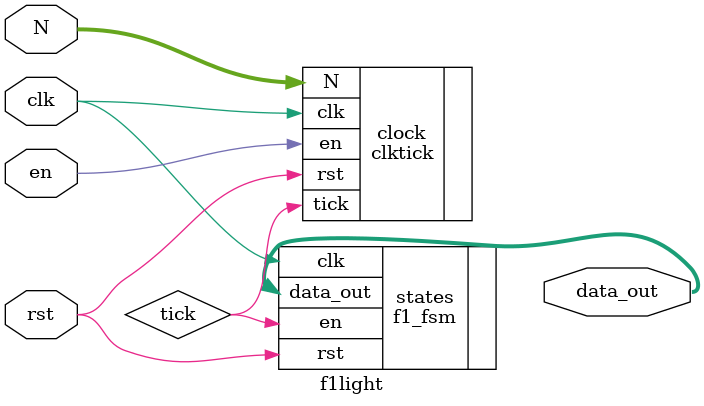
<source format=sv>
module f1light #(
    parameter T_WIDTH = 16
)(
    input logic en,
    input logic rst,
    input logic clk,
    input logic [T_WIDTH-1:0] N,
    output logic [7:0] data_out
);

logic tick;

clktick #(T_WIDTH) clock (
    .clk (clk),
    .rst (rst),
    .en (en),
    .N (N),
    .tick (tick)
);

f1_fsm states (
    .rst (rst),
    .en (tick),
    .clk (clk),
    .data_out (data_out)
);

endmodule

</source>
